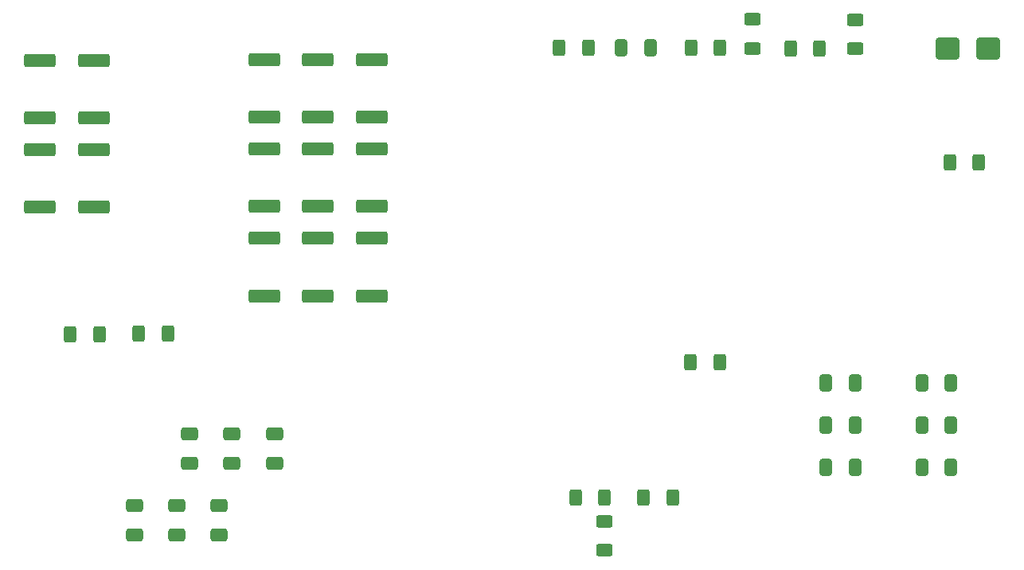
<source format=gtp>
G04 #@! TF.GenerationSoftware,KiCad,Pcbnew,9.0.0*
G04 #@! TF.CreationDate,2025-03-21T23:08:49+01:00*
G04 #@! TF.ProjectId,QCMAmp,51434d41-6d70-42e6-9b69-6361645f7063,rev?*
G04 #@! TF.SameCoordinates,Original*
G04 #@! TF.FileFunction,Paste,Top*
G04 #@! TF.FilePolarity,Positive*
%FSLAX46Y46*%
G04 Gerber Fmt 4.6, Leading zero omitted, Abs format (unit mm)*
G04 Created by KiCad (PCBNEW 9.0.0) date 2025-03-21 23:08:49*
%MOMM*%
%LPD*%
G01*
G04 APERTURE LIST*
G04 Aperture macros list*
%AMRoundRect*
0 Rectangle with rounded corners*
0 $1 Rounding radius*
0 $2 $3 $4 $5 $6 $7 $8 $9 X,Y pos of 4 corners*
0 Add a 4 corners polygon primitive as box body*
4,1,4,$2,$3,$4,$5,$6,$7,$8,$9,$2,$3,0*
0 Add four circle primitives for the rounded corners*
1,1,$1+$1,$2,$3*
1,1,$1+$1,$4,$5*
1,1,$1+$1,$6,$7*
1,1,$1+$1,$8,$9*
0 Add four rect primitives between the rounded corners*
20,1,$1+$1,$2,$3,$4,$5,0*
20,1,$1+$1,$4,$5,$6,$7,0*
20,1,$1+$1,$6,$7,$8,$9,0*
20,1,$1+$1,$8,$9,$2,$3,0*%
G04 Aperture macros list end*
%ADD10RoundRect,0.250000X0.400000X0.625000X-0.400000X0.625000X-0.400000X-0.625000X0.400000X-0.625000X0*%
%ADD11RoundRect,0.250000X-1.000000X-0.900000X1.000000X-0.900000X1.000000X0.900000X-1.000000X0.900000X0*%
%ADD12RoundRect,0.250000X0.625000X-0.400000X0.625000X0.400000X-0.625000X0.400000X-0.625000X-0.400000X0*%
%ADD13RoundRect,0.250000X-0.400000X-0.625000X0.400000X-0.625000X0.400000X0.625000X-0.400000X0.625000X0*%
%ADD14RoundRect,0.249999X-1.425001X0.450001X-1.425001X-0.450001X1.425001X-0.450001X1.425001X0.450001X0*%
%ADD15RoundRect,0.250000X0.650000X-0.412500X0.650000X0.412500X-0.650000X0.412500X-0.650000X-0.412500X0*%
%ADD16RoundRect,0.250000X-0.412500X-0.650000X0.412500X-0.650000X0.412500X0.650000X-0.412500X0.650000X0*%
%ADD17RoundRect,0.250000X0.412500X0.650000X-0.412500X0.650000X-0.412500X-0.650000X0.412500X-0.650000X0*%
%ADD18RoundRect,0.250000X-0.650000X0.412500X-0.650000X-0.412500X0.650000X-0.412500X0.650000X0.412500X0*%
%ADD19RoundRect,0.250000X-0.625000X0.400000X-0.625000X-0.400000X0.625000X-0.400000X0.625000X0.400000X0*%
G04 APERTURE END LIST*
D10*
X185350000Y-74900000D03*
X182250000Y-74900000D03*
D11*
X182050000Y-62775000D03*
X186350000Y-62775000D03*
D10*
X142470000Y-110590000D03*
X145570000Y-110590000D03*
D12*
X145540000Y-113070000D03*
X145540000Y-116170000D03*
D13*
X152820000Y-110590000D03*
X149720000Y-110590000D03*
X154750000Y-62700000D03*
X157850000Y-62700000D03*
D14*
X85550000Y-73550000D03*
X85550000Y-79650000D03*
X120850000Y-73500000D03*
X120850000Y-79600000D03*
D15*
X104600000Y-114537500D03*
X104600000Y-111412500D03*
D14*
X115100000Y-73500000D03*
X115100000Y-79600000D03*
D10*
X99150000Y-93110500D03*
X96050000Y-93110500D03*
D16*
X169062500Y-102875000D03*
X172187500Y-102875000D03*
X169062500Y-107375000D03*
X172187500Y-107375000D03*
D14*
X85550000Y-64050000D03*
X85550000Y-70150000D03*
X109350000Y-73500000D03*
X109350000Y-79600000D03*
X109350000Y-64000000D03*
X109350000Y-70100000D03*
X120850000Y-64000000D03*
X120850000Y-70100000D03*
D17*
X182412500Y-98375000D03*
X179287500Y-98375000D03*
D14*
X91300000Y-64050000D03*
X91300000Y-70150000D03*
D10*
X91850000Y-93169500D03*
X88750000Y-93169500D03*
D16*
X147337500Y-62700000D03*
X150462500Y-62700000D03*
D10*
X143825000Y-62750000D03*
X140725000Y-62750000D03*
D14*
X115100000Y-64000000D03*
X115100000Y-70100000D03*
D18*
X110450000Y-103812500D03*
X110450000Y-106937500D03*
D17*
X182412500Y-107375000D03*
X179287500Y-107375000D03*
D18*
X105950000Y-103812500D03*
X105950000Y-106937500D03*
X101450000Y-103812500D03*
X101450000Y-106937500D03*
D13*
X165325000Y-62800000D03*
X168425000Y-62800000D03*
D19*
X172225000Y-59725000D03*
X172225000Y-62825000D03*
D15*
X100100000Y-114537500D03*
X100100000Y-111412500D03*
X95600000Y-114537500D03*
X95600000Y-111412500D03*
D13*
X154700000Y-96200000D03*
X157800000Y-96200000D03*
D17*
X182412500Y-102875000D03*
X179287500Y-102875000D03*
D16*
X169062500Y-98375000D03*
X172187500Y-98375000D03*
D14*
X120850000Y-83000000D03*
X120850000Y-89100000D03*
X115100000Y-83000000D03*
X115100000Y-89100000D03*
X109350000Y-83000000D03*
X109350000Y-89100000D03*
X91300000Y-73550000D03*
X91300000Y-79650000D03*
D19*
X161300000Y-59700000D03*
X161300000Y-62800000D03*
M02*

</source>
